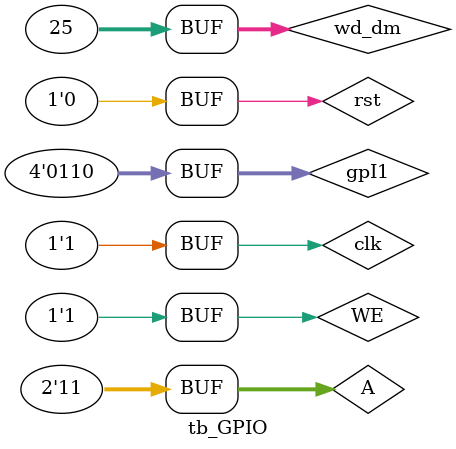
<source format=v>
module tb_GPIO;

    
    reg clk, rst;
    reg [1:0] A;
    reg WE;
    reg [31:0] wd_dm;
    reg [3:0] gpI1;
    wire [31:0] GPIOData, gpO1, gpO2;
    gpio_top gpio (
            .clk            (clk),
            .rst            (rst),
            .A              (A),
            .WE             (WE),
            .gpI1           ({{28{1'b0}}, gpI1}),
            .gpI2           (gpO1),
            .WD             (wd_dm),
            .gpO1           (gpO1),
            .gpO2           (gpO2),
            .gpio_data_out  (GPIOData)
    );
    task tick; 
    begin 
        clk = 1'b0; #5;
        clk = 1'b1; #5;
    end
    endtask

    task reset;
    begin 
        rst = 1'b0; #5;
        rst = 1'b1; #5;
        rst = 1'b0;
    end
    endtask
        
    initial begin
        A = 0;
        wd_dm = 25;
        WE = 1;
        gpI1 = 6;
        reset;
        tick;
        tick;
        tick;
        A = 1; 
        tick;
        tick;
        A = 2;
        tick;
        tick;
        A = 3;
        tick;
        tick;
    end 
endmodule

</source>
